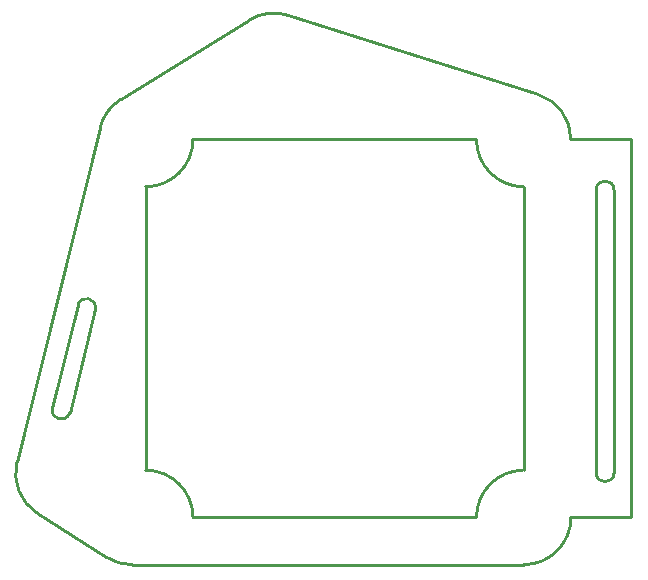
<source format=gko>
G04 Layer: BoardOutline*
G04 EasyEDA v6.4.2, 2020-07-29T20:00:14+08:00*
G04 a4d3a70eaac246dab60b55038e04b420,fed530592efb474aaabf7115e2e2b964,NaN*
G04 Gerber Generator version 0.2*
G04 Scale: 100 percent, Rotated: No, Reflected: No *
G04 Dimensions in millimeters *
G04 leading zeros omitted , absolute positions ,3 integer and 3 decimal *
%FSLAX33Y33*%
%MOMM*%
G90*
G71D02*

%ADD10C,0.254000*%
G54D10*
G01X43023Y0D02*
G01X9844Y0D01*
G01X47023Y3999D02*
G01X52102Y3999D01*
G01X52102Y35999D01*
G01X47023Y35999D02*
G01X52102Y35999D01*
G01X1851Y4348D02*
G01X7696Y626D01*
G01X117Y8686D02*
G01X7141Y36964D01*
G01X23067Y46515D02*
G01X44230Y39813D01*
G01X19755Y46104D02*
G01X8919Y39401D01*
G01X19755Y46104D01*
G01X43023Y8000D02*
G01X43023Y31999D01*
G01X15023Y3999D02*
G01X39023Y3999D01*
G01X11023Y31999D02*
G01X11023Y8000D01*
G01X39023Y35999D02*
G01X15023Y35999D01*
G75*
G01X9845Y0D02*
G02X7696Y626I0J4000D01*
G01*
G75*
G01X47023Y4000D02*
G02X43023Y0I-4000J0D01*
G01*
G75*
G01X43023Y8000D02*
G03X39023Y4000I0J-4000D01*
G01*
G75*
G01X15023Y4000D02*
G03X11023Y8000I-4000J0D01*
G01*
G75*
G01X118Y8687D02*
G03X1851Y4349I3882J-964D01*
G01*
G75*
G01X23068Y46516D02*
G03X19756Y46104I-1208J-3813D01*
G01*
G75*
G01X39023Y36000D02*
G03X43023Y32000I4000J0D01*
G01*
G75*
G01X11023Y32000D02*
G03X15023Y36000I0J4000D01*
G01*
G75*
G01X8919Y39402D02*
G03X7141Y36964I2104J-3402D01*
G01*
G75*
G01X44231Y39813D02*
G02X47023Y36000I-1208J-3813D01*
G01*
G01X50665Y31755D02*
G01X50665Y7755D01*
G75*
G01X50666Y7755D02*
G02X49166Y7755I-750J9D01*
G01*
G01X49165Y7755D02*
G01X49165Y31755D01*
G75*
G01X49166Y31755D02*
G02X50666Y31755I750J-9D01*
G01*
G01X50665Y31755D02*
G01X50665Y31755D01*
G01X6734Y21616D02*
G01X4575Y12879D01*
G75*
G01X4575Y12880D02*
G02X3119Y13240I-727J183D01*
G01*
G01X3119Y13239D02*
G01X5278Y21976D01*
G75*
G01X5278Y21977D02*
G02X6734Y21617I727J-184D01*
G01*
G01X6734Y21616D02*
G01X6734Y21616D01*

%LPD*%
M00*
M02*

</source>
